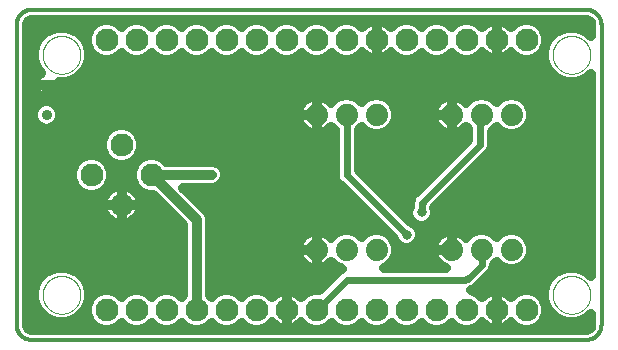
<source format=gbl>
G75*
%MOIN*%
%OFA0B0*%
%FSLAX25Y25*%
%IPPOS*%
%LPD*%
%AMOC8*
5,1,8,0,0,1.08239X$1,22.5*
%
%ADD10C,0.01200*%
%ADD11C,0.07400*%
%ADD12C,0.07600*%
%ADD13C,0.00000*%
%ADD14C,0.03500*%
%ADD15C,0.03200*%
%ADD16C,0.03200*%
%ADD17C,0.02400*%
D10*
X0032600Y0017600D02*
X0217600Y0017600D01*
X0217740Y0017602D01*
X0217880Y0017608D01*
X0218020Y0017618D01*
X0218160Y0017631D01*
X0218299Y0017649D01*
X0218438Y0017671D01*
X0218575Y0017696D01*
X0218713Y0017725D01*
X0218849Y0017758D01*
X0218984Y0017795D01*
X0219118Y0017836D01*
X0219251Y0017881D01*
X0219383Y0017929D01*
X0219513Y0017981D01*
X0219642Y0018036D01*
X0219769Y0018095D01*
X0219895Y0018158D01*
X0220019Y0018224D01*
X0220140Y0018293D01*
X0220260Y0018366D01*
X0220378Y0018443D01*
X0220493Y0018522D01*
X0220607Y0018605D01*
X0220717Y0018691D01*
X0220826Y0018780D01*
X0220932Y0018872D01*
X0221035Y0018967D01*
X0221136Y0019064D01*
X0221233Y0019165D01*
X0221328Y0019268D01*
X0221420Y0019374D01*
X0221509Y0019483D01*
X0221595Y0019593D01*
X0221678Y0019707D01*
X0221757Y0019822D01*
X0221834Y0019940D01*
X0221907Y0020060D01*
X0221976Y0020181D01*
X0222042Y0020305D01*
X0222105Y0020431D01*
X0222164Y0020558D01*
X0222219Y0020687D01*
X0222271Y0020817D01*
X0222319Y0020949D01*
X0222364Y0021082D01*
X0222405Y0021216D01*
X0222442Y0021351D01*
X0222475Y0021487D01*
X0222504Y0021625D01*
X0222529Y0021762D01*
X0222551Y0021901D01*
X0222569Y0022040D01*
X0222582Y0022180D01*
X0222592Y0022320D01*
X0222598Y0022460D01*
X0222600Y0022600D01*
X0222600Y0122600D01*
X0222598Y0122740D01*
X0222592Y0122880D01*
X0222582Y0123020D01*
X0222569Y0123160D01*
X0222551Y0123299D01*
X0222529Y0123438D01*
X0222504Y0123575D01*
X0222475Y0123713D01*
X0222442Y0123849D01*
X0222405Y0123984D01*
X0222364Y0124118D01*
X0222319Y0124251D01*
X0222271Y0124383D01*
X0222219Y0124513D01*
X0222164Y0124642D01*
X0222105Y0124769D01*
X0222042Y0124895D01*
X0221976Y0125019D01*
X0221907Y0125140D01*
X0221834Y0125260D01*
X0221757Y0125378D01*
X0221678Y0125493D01*
X0221595Y0125607D01*
X0221509Y0125717D01*
X0221420Y0125826D01*
X0221328Y0125932D01*
X0221233Y0126035D01*
X0221136Y0126136D01*
X0221035Y0126233D01*
X0220932Y0126328D01*
X0220826Y0126420D01*
X0220717Y0126509D01*
X0220607Y0126595D01*
X0220493Y0126678D01*
X0220378Y0126757D01*
X0220260Y0126834D01*
X0220140Y0126907D01*
X0220019Y0126976D01*
X0219895Y0127042D01*
X0219769Y0127105D01*
X0219642Y0127164D01*
X0219513Y0127219D01*
X0219383Y0127271D01*
X0219251Y0127319D01*
X0219118Y0127364D01*
X0218984Y0127405D01*
X0218849Y0127442D01*
X0218713Y0127475D01*
X0218575Y0127504D01*
X0218438Y0127529D01*
X0218299Y0127551D01*
X0218160Y0127569D01*
X0218020Y0127582D01*
X0217880Y0127592D01*
X0217740Y0127598D01*
X0217600Y0127600D01*
X0032600Y0127600D01*
X0032460Y0127598D01*
X0032320Y0127592D01*
X0032180Y0127582D01*
X0032040Y0127569D01*
X0031901Y0127551D01*
X0031762Y0127529D01*
X0031625Y0127504D01*
X0031487Y0127475D01*
X0031351Y0127442D01*
X0031216Y0127405D01*
X0031082Y0127364D01*
X0030949Y0127319D01*
X0030817Y0127271D01*
X0030687Y0127219D01*
X0030558Y0127164D01*
X0030431Y0127105D01*
X0030305Y0127042D01*
X0030181Y0126976D01*
X0030060Y0126907D01*
X0029940Y0126834D01*
X0029822Y0126757D01*
X0029707Y0126678D01*
X0029593Y0126595D01*
X0029483Y0126509D01*
X0029374Y0126420D01*
X0029268Y0126328D01*
X0029165Y0126233D01*
X0029064Y0126136D01*
X0028967Y0126035D01*
X0028872Y0125932D01*
X0028780Y0125826D01*
X0028691Y0125717D01*
X0028605Y0125607D01*
X0028522Y0125493D01*
X0028443Y0125378D01*
X0028366Y0125260D01*
X0028293Y0125140D01*
X0028224Y0125019D01*
X0028158Y0124895D01*
X0028095Y0124769D01*
X0028036Y0124642D01*
X0027981Y0124513D01*
X0027929Y0124383D01*
X0027881Y0124251D01*
X0027836Y0124118D01*
X0027795Y0123984D01*
X0027758Y0123849D01*
X0027725Y0123713D01*
X0027696Y0123575D01*
X0027671Y0123438D01*
X0027649Y0123299D01*
X0027631Y0123160D01*
X0027618Y0123020D01*
X0027608Y0122880D01*
X0027602Y0122740D01*
X0027600Y0122600D01*
X0027600Y0022600D01*
X0027602Y0022460D01*
X0027608Y0022320D01*
X0027618Y0022180D01*
X0027631Y0022040D01*
X0027649Y0021901D01*
X0027671Y0021762D01*
X0027696Y0021625D01*
X0027725Y0021487D01*
X0027758Y0021351D01*
X0027795Y0021216D01*
X0027836Y0021082D01*
X0027881Y0020949D01*
X0027929Y0020817D01*
X0027981Y0020687D01*
X0028036Y0020558D01*
X0028095Y0020431D01*
X0028158Y0020305D01*
X0028224Y0020181D01*
X0028293Y0020060D01*
X0028366Y0019940D01*
X0028443Y0019822D01*
X0028522Y0019707D01*
X0028605Y0019593D01*
X0028691Y0019483D01*
X0028780Y0019374D01*
X0028872Y0019268D01*
X0028967Y0019165D01*
X0029064Y0019064D01*
X0029165Y0018967D01*
X0029268Y0018872D01*
X0029374Y0018780D01*
X0029483Y0018691D01*
X0029593Y0018605D01*
X0029707Y0018522D01*
X0029822Y0018443D01*
X0029940Y0018366D01*
X0030060Y0018293D01*
X0030181Y0018224D01*
X0030305Y0018158D01*
X0030431Y0018095D01*
X0030558Y0018036D01*
X0030687Y0017981D01*
X0030817Y0017929D01*
X0030949Y0017881D01*
X0031082Y0017836D01*
X0031216Y0017795D01*
X0031351Y0017758D01*
X0031487Y0017725D01*
X0031625Y0017696D01*
X0031762Y0017671D01*
X0031901Y0017649D01*
X0032040Y0017631D01*
X0032180Y0017618D01*
X0032320Y0017608D01*
X0032460Y0017602D01*
X0032600Y0017600D01*
D11*
X0127600Y0047600D03*
X0137600Y0047600D03*
X0147600Y0047600D03*
X0172600Y0047600D03*
X0182600Y0047600D03*
X0192600Y0047600D03*
X0192600Y0092600D03*
X0182600Y0092600D03*
X0172600Y0092600D03*
X0147600Y0092600D03*
X0137600Y0092600D03*
X0127600Y0092600D03*
D12*
X0127600Y0117600D03*
X0137600Y0117600D03*
X0147600Y0117600D03*
X0157600Y0117600D03*
X0167600Y0117600D03*
X0177600Y0117600D03*
X0187600Y0117600D03*
X0197600Y0117600D03*
X0117600Y0117600D03*
X0107600Y0117600D03*
X0097600Y0117600D03*
X0087600Y0117600D03*
X0077600Y0117600D03*
X0067600Y0117600D03*
X0057600Y0117600D03*
X0062600Y0082600D03*
X0052600Y0072600D03*
X0062600Y0062600D03*
X0072600Y0072600D03*
X0067600Y0027600D03*
X0057600Y0027600D03*
X0077600Y0027600D03*
X0087600Y0027600D03*
X0097600Y0027600D03*
X0107600Y0027600D03*
X0117600Y0027600D03*
X0127600Y0027600D03*
X0137600Y0027600D03*
X0147600Y0027600D03*
X0157600Y0027600D03*
X0167600Y0027600D03*
X0177600Y0027600D03*
X0187600Y0027600D03*
X0197600Y0027600D03*
D13*
X0206301Y0032600D02*
X0206303Y0032758D01*
X0206309Y0032916D01*
X0206319Y0033074D01*
X0206333Y0033232D01*
X0206351Y0033389D01*
X0206372Y0033546D01*
X0206398Y0033702D01*
X0206428Y0033858D01*
X0206461Y0034013D01*
X0206499Y0034166D01*
X0206540Y0034319D01*
X0206585Y0034471D01*
X0206634Y0034622D01*
X0206687Y0034771D01*
X0206743Y0034919D01*
X0206803Y0035065D01*
X0206867Y0035210D01*
X0206935Y0035353D01*
X0207006Y0035495D01*
X0207080Y0035635D01*
X0207158Y0035772D01*
X0207240Y0035908D01*
X0207324Y0036042D01*
X0207413Y0036173D01*
X0207504Y0036302D01*
X0207599Y0036429D01*
X0207696Y0036554D01*
X0207797Y0036676D01*
X0207901Y0036795D01*
X0208008Y0036912D01*
X0208118Y0037026D01*
X0208231Y0037137D01*
X0208346Y0037246D01*
X0208464Y0037351D01*
X0208585Y0037453D01*
X0208708Y0037553D01*
X0208834Y0037649D01*
X0208962Y0037742D01*
X0209092Y0037832D01*
X0209225Y0037918D01*
X0209360Y0038002D01*
X0209496Y0038081D01*
X0209635Y0038158D01*
X0209776Y0038230D01*
X0209918Y0038300D01*
X0210062Y0038365D01*
X0210208Y0038427D01*
X0210355Y0038485D01*
X0210504Y0038540D01*
X0210654Y0038591D01*
X0210805Y0038638D01*
X0210957Y0038681D01*
X0211110Y0038720D01*
X0211265Y0038756D01*
X0211420Y0038787D01*
X0211576Y0038815D01*
X0211732Y0038839D01*
X0211889Y0038859D01*
X0212047Y0038875D01*
X0212204Y0038887D01*
X0212363Y0038895D01*
X0212521Y0038899D01*
X0212679Y0038899D01*
X0212837Y0038895D01*
X0212996Y0038887D01*
X0213153Y0038875D01*
X0213311Y0038859D01*
X0213468Y0038839D01*
X0213624Y0038815D01*
X0213780Y0038787D01*
X0213935Y0038756D01*
X0214090Y0038720D01*
X0214243Y0038681D01*
X0214395Y0038638D01*
X0214546Y0038591D01*
X0214696Y0038540D01*
X0214845Y0038485D01*
X0214992Y0038427D01*
X0215138Y0038365D01*
X0215282Y0038300D01*
X0215424Y0038230D01*
X0215565Y0038158D01*
X0215704Y0038081D01*
X0215840Y0038002D01*
X0215975Y0037918D01*
X0216108Y0037832D01*
X0216238Y0037742D01*
X0216366Y0037649D01*
X0216492Y0037553D01*
X0216615Y0037453D01*
X0216736Y0037351D01*
X0216854Y0037246D01*
X0216969Y0037137D01*
X0217082Y0037026D01*
X0217192Y0036912D01*
X0217299Y0036795D01*
X0217403Y0036676D01*
X0217504Y0036554D01*
X0217601Y0036429D01*
X0217696Y0036302D01*
X0217787Y0036173D01*
X0217876Y0036042D01*
X0217960Y0035908D01*
X0218042Y0035772D01*
X0218120Y0035635D01*
X0218194Y0035495D01*
X0218265Y0035353D01*
X0218333Y0035210D01*
X0218397Y0035065D01*
X0218457Y0034919D01*
X0218513Y0034771D01*
X0218566Y0034622D01*
X0218615Y0034471D01*
X0218660Y0034319D01*
X0218701Y0034166D01*
X0218739Y0034013D01*
X0218772Y0033858D01*
X0218802Y0033702D01*
X0218828Y0033546D01*
X0218849Y0033389D01*
X0218867Y0033232D01*
X0218881Y0033074D01*
X0218891Y0032916D01*
X0218897Y0032758D01*
X0218899Y0032600D01*
X0218897Y0032442D01*
X0218891Y0032284D01*
X0218881Y0032126D01*
X0218867Y0031968D01*
X0218849Y0031811D01*
X0218828Y0031654D01*
X0218802Y0031498D01*
X0218772Y0031342D01*
X0218739Y0031187D01*
X0218701Y0031034D01*
X0218660Y0030881D01*
X0218615Y0030729D01*
X0218566Y0030578D01*
X0218513Y0030429D01*
X0218457Y0030281D01*
X0218397Y0030135D01*
X0218333Y0029990D01*
X0218265Y0029847D01*
X0218194Y0029705D01*
X0218120Y0029565D01*
X0218042Y0029428D01*
X0217960Y0029292D01*
X0217876Y0029158D01*
X0217787Y0029027D01*
X0217696Y0028898D01*
X0217601Y0028771D01*
X0217504Y0028646D01*
X0217403Y0028524D01*
X0217299Y0028405D01*
X0217192Y0028288D01*
X0217082Y0028174D01*
X0216969Y0028063D01*
X0216854Y0027954D01*
X0216736Y0027849D01*
X0216615Y0027747D01*
X0216492Y0027647D01*
X0216366Y0027551D01*
X0216238Y0027458D01*
X0216108Y0027368D01*
X0215975Y0027282D01*
X0215840Y0027198D01*
X0215704Y0027119D01*
X0215565Y0027042D01*
X0215424Y0026970D01*
X0215282Y0026900D01*
X0215138Y0026835D01*
X0214992Y0026773D01*
X0214845Y0026715D01*
X0214696Y0026660D01*
X0214546Y0026609D01*
X0214395Y0026562D01*
X0214243Y0026519D01*
X0214090Y0026480D01*
X0213935Y0026444D01*
X0213780Y0026413D01*
X0213624Y0026385D01*
X0213468Y0026361D01*
X0213311Y0026341D01*
X0213153Y0026325D01*
X0212996Y0026313D01*
X0212837Y0026305D01*
X0212679Y0026301D01*
X0212521Y0026301D01*
X0212363Y0026305D01*
X0212204Y0026313D01*
X0212047Y0026325D01*
X0211889Y0026341D01*
X0211732Y0026361D01*
X0211576Y0026385D01*
X0211420Y0026413D01*
X0211265Y0026444D01*
X0211110Y0026480D01*
X0210957Y0026519D01*
X0210805Y0026562D01*
X0210654Y0026609D01*
X0210504Y0026660D01*
X0210355Y0026715D01*
X0210208Y0026773D01*
X0210062Y0026835D01*
X0209918Y0026900D01*
X0209776Y0026970D01*
X0209635Y0027042D01*
X0209496Y0027119D01*
X0209360Y0027198D01*
X0209225Y0027282D01*
X0209092Y0027368D01*
X0208962Y0027458D01*
X0208834Y0027551D01*
X0208708Y0027647D01*
X0208585Y0027747D01*
X0208464Y0027849D01*
X0208346Y0027954D01*
X0208231Y0028063D01*
X0208118Y0028174D01*
X0208008Y0028288D01*
X0207901Y0028405D01*
X0207797Y0028524D01*
X0207696Y0028646D01*
X0207599Y0028771D01*
X0207504Y0028898D01*
X0207413Y0029027D01*
X0207324Y0029158D01*
X0207240Y0029292D01*
X0207158Y0029428D01*
X0207080Y0029565D01*
X0207006Y0029705D01*
X0206935Y0029847D01*
X0206867Y0029990D01*
X0206803Y0030135D01*
X0206743Y0030281D01*
X0206687Y0030429D01*
X0206634Y0030578D01*
X0206585Y0030729D01*
X0206540Y0030881D01*
X0206499Y0031034D01*
X0206461Y0031187D01*
X0206428Y0031342D01*
X0206398Y0031498D01*
X0206372Y0031654D01*
X0206351Y0031811D01*
X0206333Y0031968D01*
X0206319Y0032126D01*
X0206309Y0032284D01*
X0206303Y0032442D01*
X0206301Y0032600D01*
X0206301Y0112600D02*
X0206303Y0112758D01*
X0206309Y0112916D01*
X0206319Y0113074D01*
X0206333Y0113232D01*
X0206351Y0113389D01*
X0206372Y0113546D01*
X0206398Y0113702D01*
X0206428Y0113858D01*
X0206461Y0114013D01*
X0206499Y0114166D01*
X0206540Y0114319D01*
X0206585Y0114471D01*
X0206634Y0114622D01*
X0206687Y0114771D01*
X0206743Y0114919D01*
X0206803Y0115065D01*
X0206867Y0115210D01*
X0206935Y0115353D01*
X0207006Y0115495D01*
X0207080Y0115635D01*
X0207158Y0115772D01*
X0207240Y0115908D01*
X0207324Y0116042D01*
X0207413Y0116173D01*
X0207504Y0116302D01*
X0207599Y0116429D01*
X0207696Y0116554D01*
X0207797Y0116676D01*
X0207901Y0116795D01*
X0208008Y0116912D01*
X0208118Y0117026D01*
X0208231Y0117137D01*
X0208346Y0117246D01*
X0208464Y0117351D01*
X0208585Y0117453D01*
X0208708Y0117553D01*
X0208834Y0117649D01*
X0208962Y0117742D01*
X0209092Y0117832D01*
X0209225Y0117918D01*
X0209360Y0118002D01*
X0209496Y0118081D01*
X0209635Y0118158D01*
X0209776Y0118230D01*
X0209918Y0118300D01*
X0210062Y0118365D01*
X0210208Y0118427D01*
X0210355Y0118485D01*
X0210504Y0118540D01*
X0210654Y0118591D01*
X0210805Y0118638D01*
X0210957Y0118681D01*
X0211110Y0118720D01*
X0211265Y0118756D01*
X0211420Y0118787D01*
X0211576Y0118815D01*
X0211732Y0118839D01*
X0211889Y0118859D01*
X0212047Y0118875D01*
X0212204Y0118887D01*
X0212363Y0118895D01*
X0212521Y0118899D01*
X0212679Y0118899D01*
X0212837Y0118895D01*
X0212996Y0118887D01*
X0213153Y0118875D01*
X0213311Y0118859D01*
X0213468Y0118839D01*
X0213624Y0118815D01*
X0213780Y0118787D01*
X0213935Y0118756D01*
X0214090Y0118720D01*
X0214243Y0118681D01*
X0214395Y0118638D01*
X0214546Y0118591D01*
X0214696Y0118540D01*
X0214845Y0118485D01*
X0214992Y0118427D01*
X0215138Y0118365D01*
X0215282Y0118300D01*
X0215424Y0118230D01*
X0215565Y0118158D01*
X0215704Y0118081D01*
X0215840Y0118002D01*
X0215975Y0117918D01*
X0216108Y0117832D01*
X0216238Y0117742D01*
X0216366Y0117649D01*
X0216492Y0117553D01*
X0216615Y0117453D01*
X0216736Y0117351D01*
X0216854Y0117246D01*
X0216969Y0117137D01*
X0217082Y0117026D01*
X0217192Y0116912D01*
X0217299Y0116795D01*
X0217403Y0116676D01*
X0217504Y0116554D01*
X0217601Y0116429D01*
X0217696Y0116302D01*
X0217787Y0116173D01*
X0217876Y0116042D01*
X0217960Y0115908D01*
X0218042Y0115772D01*
X0218120Y0115635D01*
X0218194Y0115495D01*
X0218265Y0115353D01*
X0218333Y0115210D01*
X0218397Y0115065D01*
X0218457Y0114919D01*
X0218513Y0114771D01*
X0218566Y0114622D01*
X0218615Y0114471D01*
X0218660Y0114319D01*
X0218701Y0114166D01*
X0218739Y0114013D01*
X0218772Y0113858D01*
X0218802Y0113702D01*
X0218828Y0113546D01*
X0218849Y0113389D01*
X0218867Y0113232D01*
X0218881Y0113074D01*
X0218891Y0112916D01*
X0218897Y0112758D01*
X0218899Y0112600D01*
X0218897Y0112442D01*
X0218891Y0112284D01*
X0218881Y0112126D01*
X0218867Y0111968D01*
X0218849Y0111811D01*
X0218828Y0111654D01*
X0218802Y0111498D01*
X0218772Y0111342D01*
X0218739Y0111187D01*
X0218701Y0111034D01*
X0218660Y0110881D01*
X0218615Y0110729D01*
X0218566Y0110578D01*
X0218513Y0110429D01*
X0218457Y0110281D01*
X0218397Y0110135D01*
X0218333Y0109990D01*
X0218265Y0109847D01*
X0218194Y0109705D01*
X0218120Y0109565D01*
X0218042Y0109428D01*
X0217960Y0109292D01*
X0217876Y0109158D01*
X0217787Y0109027D01*
X0217696Y0108898D01*
X0217601Y0108771D01*
X0217504Y0108646D01*
X0217403Y0108524D01*
X0217299Y0108405D01*
X0217192Y0108288D01*
X0217082Y0108174D01*
X0216969Y0108063D01*
X0216854Y0107954D01*
X0216736Y0107849D01*
X0216615Y0107747D01*
X0216492Y0107647D01*
X0216366Y0107551D01*
X0216238Y0107458D01*
X0216108Y0107368D01*
X0215975Y0107282D01*
X0215840Y0107198D01*
X0215704Y0107119D01*
X0215565Y0107042D01*
X0215424Y0106970D01*
X0215282Y0106900D01*
X0215138Y0106835D01*
X0214992Y0106773D01*
X0214845Y0106715D01*
X0214696Y0106660D01*
X0214546Y0106609D01*
X0214395Y0106562D01*
X0214243Y0106519D01*
X0214090Y0106480D01*
X0213935Y0106444D01*
X0213780Y0106413D01*
X0213624Y0106385D01*
X0213468Y0106361D01*
X0213311Y0106341D01*
X0213153Y0106325D01*
X0212996Y0106313D01*
X0212837Y0106305D01*
X0212679Y0106301D01*
X0212521Y0106301D01*
X0212363Y0106305D01*
X0212204Y0106313D01*
X0212047Y0106325D01*
X0211889Y0106341D01*
X0211732Y0106361D01*
X0211576Y0106385D01*
X0211420Y0106413D01*
X0211265Y0106444D01*
X0211110Y0106480D01*
X0210957Y0106519D01*
X0210805Y0106562D01*
X0210654Y0106609D01*
X0210504Y0106660D01*
X0210355Y0106715D01*
X0210208Y0106773D01*
X0210062Y0106835D01*
X0209918Y0106900D01*
X0209776Y0106970D01*
X0209635Y0107042D01*
X0209496Y0107119D01*
X0209360Y0107198D01*
X0209225Y0107282D01*
X0209092Y0107368D01*
X0208962Y0107458D01*
X0208834Y0107551D01*
X0208708Y0107647D01*
X0208585Y0107747D01*
X0208464Y0107849D01*
X0208346Y0107954D01*
X0208231Y0108063D01*
X0208118Y0108174D01*
X0208008Y0108288D01*
X0207901Y0108405D01*
X0207797Y0108524D01*
X0207696Y0108646D01*
X0207599Y0108771D01*
X0207504Y0108898D01*
X0207413Y0109027D01*
X0207324Y0109158D01*
X0207240Y0109292D01*
X0207158Y0109428D01*
X0207080Y0109565D01*
X0207006Y0109705D01*
X0206935Y0109847D01*
X0206867Y0109990D01*
X0206803Y0110135D01*
X0206743Y0110281D01*
X0206687Y0110429D01*
X0206634Y0110578D01*
X0206585Y0110729D01*
X0206540Y0110881D01*
X0206499Y0111034D01*
X0206461Y0111187D01*
X0206428Y0111342D01*
X0206398Y0111498D01*
X0206372Y0111654D01*
X0206351Y0111811D01*
X0206333Y0111968D01*
X0206319Y0112126D01*
X0206309Y0112284D01*
X0206303Y0112442D01*
X0206301Y0112600D01*
X0036301Y0112600D02*
X0036303Y0112758D01*
X0036309Y0112916D01*
X0036319Y0113074D01*
X0036333Y0113232D01*
X0036351Y0113389D01*
X0036372Y0113546D01*
X0036398Y0113702D01*
X0036428Y0113858D01*
X0036461Y0114013D01*
X0036499Y0114166D01*
X0036540Y0114319D01*
X0036585Y0114471D01*
X0036634Y0114622D01*
X0036687Y0114771D01*
X0036743Y0114919D01*
X0036803Y0115065D01*
X0036867Y0115210D01*
X0036935Y0115353D01*
X0037006Y0115495D01*
X0037080Y0115635D01*
X0037158Y0115772D01*
X0037240Y0115908D01*
X0037324Y0116042D01*
X0037413Y0116173D01*
X0037504Y0116302D01*
X0037599Y0116429D01*
X0037696Y0116554D01*
X0037797Y0116676D01*
X0037901Y0116795D01*
X0038008Y0116912D01*
X0038118Y0117026D01*
X0038231Y0117137D01*
X0038346Y0117246D01*
X0038464Y0117351D01*
X0038585Y0117453D01*
X0038708Y0117553D01*
X0038834Y0117649D01*
X0038962Y0117742D01*
X0039092Y0117832D01*
X0039225Y0117918D01*
X0039360Y0118002D01*
X0039496Y0118081D01*
X0039635Y0118158D01*
X0039776Y0118230D01*
X0039918Y0118300D01*
X0040062Y0118365D01*
X0040208Y0118427D01*
X0040355Y0118485D01*
X0040504Y0118540D01*
X0040654Y0118591D01*
X0040805Y0118638D01*
X0040957Y0118681D01*
X0041110Y0118720D01*
X0041265Y0118756D01*
X0041420Y0118787D01*
X0041576Y0118815D01*
X0041732Y0118839D01*
X0041889Y0118859D01*
X0042047Y0118875D01*
X0042204Y0118887D01*
X0042363Y0118895D01*
X0042521Y0118899D01*
X0042679Y0118899D01*
X0042837Y0118895D01*
X0042996Y0118887D01*
X0043153Y0118875D01*
X0043311Y0118859D01*
X0043468Y0118839D01*
X0043624Y0118815D01*
X0043780Y0118787D01*
X0043935Y0118756D01*
X0044090Y0118720D01*
X0044243Y0118681D01*
X0044395Y0118638D01*
X0044546Y0118591D01*
X0044696Y0118540D01*
X0044845Y0118485D01*
X0044992Y0118427D01*
X0045138Y0118365D01*
X0045282Y0118300D01*
X0045424Y0118230D01*
X0045565Y0118158D01*
X0045704Y0118081D01*
X0045840Y0118002D01*
X0045975Y0117918D01*
X0046108Y0117832D01*
X0046238Y0117742D01*
X0046366Y0117649D01*
X0046492Y0117553D01*
X0046615Y0117453D01*
X0046736Y0117351D01*
X0046854Y0117246D01*
X0046969Y0117137D01*
X0047082Y0117026D01*
X0047192Y0116912D01*
X0047299Y0116795D01*
X0047403Y0116676D01*
X0047504Y0116554D01*
X0047601Y0116429D01*
X0047696Y0116302D01*
X0047787Y0116173D01*
X0047876Y0116042D01*
X0047960Y0115908D01*
X0048042Y0115772D01*
X0048120Y0115635D01*
X0048194Y0115495D01*
X0048265Y0115353D01*
X0048333Y0115210D01*
X0048397Y0115065D01*
X0048457Y0114919D01*
X0048513Y0114771D01*
X0048566Y0114622D01*
X0048615Y0114471D01*
X0048660Y0114319D01*
X0048701Y0114166D01*
X0048739Y0114013D01*
X0048772Y0113858D01*
X0048802Y0113702D01*
X0048828Y0113546D01*
X0048849Y0113389D01*
X0048867Y0113232D01*
X0048881Y0113074D01*
X0048891Y0112916D01*
X0048897Y0112758D01*
X0048899Y0112600D01*
X0048897Y0112442D01*
X0048891Y0112284D01*
X0048881Y0112126D01*
X0048867Y0111968D01*
X0048849Y0111811D01*
X0048828Y0111654D01*
X0048802Y0111498D01*
X0048772Y0111342D01*
X0048739Y0111187D01*
X0048701Y0111034D01*
X0048660Y0110881D01*
X0048615Y0110729D01*
X0048566Y0110578D01*
X0048513Y0110429D01*
X0048457Y0110281D01*
X0048397Y0110135D01*
X0048333Y0109990D01*
X0048265Y0109847D01*
X0048194Y0109705D01*
X0048120Y0109565D01*
X0048042Y0109428D01*
X0047960Y0109292D01*
X0047876Y0109158D01*
X0047787Y0109027D01*
X0047696Y0108898D01*
X0047601Y0108771D01*
X0047504Y0108646D01*
X0047403Y0108524D01*
X0047299Y0108405D01*
X0047192Y0108288D01*
X0047082Y0108174D01*
X0046969Y0108063D01*
X0046854Y0107954D01*
X0046736Y0107849D01*
X0046615Y0107747D01*
X0046492Y0107647D01*
X0046366Y0107551D01*
X0046238Y0107458D01*
X0046108Y0107368D01*
X0045975Y0107282D01*
X0045840Y0107198D01*
X0045704Y0107119D01*
X0045565Y0107042D01*
X0045424Y0106970D01*
X0045282Y0106900D01*
X0045138Y0106835D01*
X0044992Y0106773D01*
X0044845Y0106715D01*
X0044696Y0106660D01*
X0044546Y0106609D01*
X0044395Y0106562D01*
X0044243Y0106519D01*
X0044090Y0106480D01*
X0043935Y0106444D01*
X0043780Y0106413D01*
X0043624Y0106385D01*
X0043468Y0106361D01*
X0043311Y0106341D01*
X0043153Y0106325D01*
X0042996Y0106313D01*
X0042837Y0106305D01*
X0042679Y0106301D01*
X0042521Y0106301D01*
X0042363Y0106305D01*
X0042204Y0106313D01*
X0042047Y0106325D01*
X0041889Y0106341D01*
X0041732Y0106361D01*
X0041576Y0106385D01*
X0041420Y0106413D01*
X0041265Y0106444D01*
X0041110Y0106480D01*
X0040957Y0106519D01*
X0040805Y0106562D01*
X0040654Y0106609D01*
X0040504Y0106660D01*
X0040355Y0106715D01*
X0040208Y0106773D01*
X0040062Y0106835D01*
X0039918Y0106900D01*
X0039776Y0106970D01*
X0039635Y0107042D01*
X0039496Y0107119D01*
X0039360Y0107198D01*
X0039225Y0107282D01*
X0039092Y0107368D01*
X0038962Y0107458D01*
X0038834Y0107551D01*
X0038708Y0107647D01*
X0038585Y0107747D01*
X0038464Y0107849D01*
X0038346Y0107954D01*
X0038231Y0108063D01*
X0038118Y0108174D01*
X0038008Y0108288D01*
X0037901Y0108405D01*
X0037797Y0108524D01*
X0037696Y0108646D01*
X0037599Y0108771D01*
X0037504Y0108898D01*
X0037413Y0109027D01*
X0037324Y0109158D01*
X0037240Y0109292D01*
X0037158Y0109428D01*
X0037080Y0109565D01*
X0037006Y0109705D01*
X0036935Y0109847D01*
X0036867Y0109990D01*
X0036803Y0110135D01*
X0036743Y0110281D01*
X0036687Y0110429D01*
X0036634Y0110578D01*
X0036585Y0110729D01*
X0036540Y0110881D01*
X0036499Y0111034D01*
X0036461Y0111187D01*
X0036428Y0111342D01*
X0036398Y0111498D01*
X0036372Y0111654D01*
X0036351Y0111811D01*
X0036333Y0111968D01*
X0036319Y0112126D01*
X0036309Y0112284D01*
X0036303Y0112442D01*
X0036301Y0112600D01*
X0036301Y0032600D02*
X0036303Y0032758D01*
X0036309Y0032916D01*
X0036319Y0033074D01*
X0036333Y0033232D01*
X0036351Y0033389D01*
X0036372Y0033546D01*
X0036398Y0033702D01*
X0036428Y0033858D01*
X0036461Y0034013D01*
X0036499Y0034166D01*
X0036540Y0034319D01*
X0036585Y0034471D01*
X0036634Y0034622D01*
X0036687Y0034771D01*
X0036743Y0034919D01*
X0036803Y0035065D01*
X0036867Y0035210D01*
X0036935Y0035353D01*
X0037006Y0035495D01*
X0037080Y0035635D01*
X0037158Y0035772D01*
X0037240Y0035908D01*
X0037324Y0036042D01*
X0037413Y0036173D01*
X0037504Y0036302D01*
X0037599Y0036429D01*
X0037696Y0036554D01*
X0037797Y0036676D01*
X0037901Y0036795D01*
X0038008Y0036912D01*
X0038118Y0037026D01*
X0038231Y0037137D01*
X0038346Y0037246D01*
X0038464Y0037351D01*
X0038585Y0037453D01*
X0038708Y0037553D01*
X0038834Y0037649D01*
X0038962Y0037742D01*
X0039092Y0037832D01*
X0039225Y0037918D01*
X0039360Y0038002D01*
X0039496Y0038081D01*
X0039635Y0038158D01*
X0039776Y0038230D01*
X0039918Y0038300D01*
X0040062Y0038365D01*
X0040208Y0038427D01*
X0040355Y0038485D01*
X0040504Y0038540D01*
X0040654Y0038591D01*
X0040805Y0038638D01*
X0040957Y0038681D01*
X0041110Y0038720D01*
X0041265Y0038756D01*
X0041420Y0038787D01*
X0041576Y0038815D01*
X0041732Y0038839D01*
X0041889Y0038859D01*
X0042047Y0038875D01*
X0042204Y0038887D01*
X0042363Y0038895D01*
X0042521Y0038899D01*
X0042679Y0038899D01*
X0042837Y0038895D01*
X0042996Y0038887D01*
X0043153Y0038875D01*
X0043311Y0038859D01*
X0043468Y0038839D01*
X0043624Y0038815D01*
X0043780Y0038787D01*
X0043935Y0038756D01*
X0044090Y0038720D01*
X0044243Y0038681D01*
X0044395Y0038638D01*
X0044546Y0038591D01*
X0044696Y0038540D01*
X0044845Y0038485D01*
X0044992Y0038427D01*
X0045138Y0038365D01*
X0045282Y0038300D01*
X0045424Y0038230D01*
X0045565Y0038158D01*
X0045704Y0038081D01*
X0045840Y0038002D01*
X0045975Y0037918D01*
X0046108Y0037832D01*
X0046238Y0037742D01*
X0046366Y0037649D01*
X0046492Y0037553D01*
X0046615Y0037453D01*
X0046736Y0037351D01*
X0046854Y0037246D01*
X0046969Y0037137D01*
X0047082Y0037026D01*
X0047192Y0036912D01*
X0047299Y0036795D01*
X0047403Y0036676D01*
X0047504Y0036554D01*
X0047601Y0036429D01*
X0047696Y0036302D01*
X0047787Y0036173D01*
X0047876Y0036042D01*
X0047960Y0035908D01*
X0048042Y0035772D01*
X0048120Y0035635D01*
X0048194Y0035495D01*
X0048265Y0035353D01*
X0048333Y0035210D01*
X0048397Y0035065D01*
X0048457Y0034919D01*
X0048513Y0034771D01*
X0048566Y0034622D01*
X0048615Y0034471D01*
X0048660Y0034319D01*
X0048701Y0034166D01*
X0048739Y0034013D01*
X0048772Y0033858D01*
X0048802Y0033702D01*
X0048828Y0033546D01*
X0048849Y0033389D01*
X0048867Y0033232D01*
X0048881Y0033074D01*
X0048891Y0032916D01*
X0048897Y0032758D01*
X0048899Y0032600D01*
X0048897Y0032442D01*
X0048891Y0032284D01*
X0048881Y0032126D01*
X0048867Y0031968D01*
X0048849Y0031811D01*
X0048828Y0031654D01*
X0048802Y0031498D01*
X0048772Y0031342D01*
X0048739Y0031187D01*
X0048701Y0031034D01*
X0048660Y0030881D01*
X0048615Y0030729D01*
X0048566Y0030578D01*
X0048513Y0030429D01*
X0048457Y0030281D01*
X0048397Y0030135D01*
X0048333Y0029990D01*
X0048265Y0029847D01*
X0048194Y0029705D01*
X0048120Y0029565D01*
X0048042Y0029428D01*
X0047960Y0029292D01*
X0047876Y0029158D01*
X0047787Y0029027D01*
X0047696Y0028898D01*
X0047601Y0028771D01*
X0047504Y0028646D01*
X0047403Y0028524D01*
X0047299Y0028405D01*
X0047192Y0028288D01*
X0047082Y0028174D01*
X0046969Y0028063D01*
X0046854Y0027954D01*
X0046736Y0027849D01*
X0046615Y0027747D01*
X0046492Y0027647D01*
X0046366Y0027551D01*
X0046238Y0027458D01*
X0046108Y0027368D01*
X0045975Y0027282D01*
X0045840Y0027198D01*
X0045704Y0027119D01*
X0045565Y0027042D01*
X0045424Y0026970D01*
X0045282Y0026900D01*
X0045138Y0026835D01*
X0044992Y0026773D01*
X0044845Y0026715D01*
X0044696Y0026660D01*
X0044546Y0026609D01*
X0044395Y0026562D01*
X0044243Y0026519D01*
X0044090Y0026480D01*
X0043935Y0026444D01*
X0043780Y0026413D01*
X0043624Y0026385D01*
X0043468Y0026361D01*
X0043311Y0026341D01*
X0043153Y0026325D01*
X0042996Y0026313D01*
X0042837Y0026305D01*
X0042679Y0026301D01*
X0042521Y0026301D01*
X0042363Y0026305D01*
X0042204Y0026313D01*
X0042047Y0026325D01*
X0041889Y0026341D01*
X0041732Y0026361D01*
X0041576Y0026385D01*
X0041420Y0026413D01*
X0041265Y0026444D01*
X0041110Y0026480D01*
X0040957Y0026519D01*
X0040805Y0026562D01*
X0040654Y0026609D01*
X0040504Y0026660D01*
X0040355Y0026715D01*
X0040208Y0026773D01*
X0040062Y0026835D01*
X0039918Y0026900D01*
X0039776Y0026970D01*
X0039635Y0027042D01*
X0039496Y0027119D01*
X0039360Y0027198D01*
X0039225Y0027282D01*
X0039092Y0027368D01*
X0038962Y0027458D01*
X0038834Y0027551D01*
X0038708Y0027647D01*
X0038585Y0027747D01*
X0038464Y0027849D01*
X0038346Y0027954D01*
X0038231Y0028063D01*
X0038118Y0028174D01*
X0038008Y0028288D01*
X0037901Y0028405D01*
X0037797Y0028524D01*
X0037696Y0028646D01*
X0037599Y0028771D01*
X0037504Y0028898D01*
X0037413Y0029027D01*
X0037324Y0029158D01*
X0037240Y0029292D01*
X0037158Y0029428D01*
X0037080Y0029565D01*
X0037006Y0029705D01*
X0036935Y0029847D01*
X0036867Y0029990D01*
X0036803Y0030135D01*
X0036743Y0030281D01*
X0036687Y0030429D01*
X0036634Y0030578D01*
X0036585Y0030729D01*
X0036540Y0030881D01*
X0036499Y0031034D01*
X0036461Y0031187D01*
X0036428Y0031342D01*
X0036398Y0031498D01*
X0036372Y0031654D01*
X0036351Y0031811D01*
X0036333Y0031968D01*
X0036319Y0032126D01*
X0036309Y0032284D01*
X0036303Y0032442D01*
X0036301Y0032600D01*
D14*
X0037600Y0092600D03*
X0037600Y0102600D03*
D15*
X0047600Y0102600D03*
X0092600Y0072600D03*
X0112600Y0072600D03*
X0117600Y0052600D03*
X0157600Y0052600D03*
X0162600Y0060100D03*
X0157600Y0062600D03*
X0177600Y0067600D03*
X0162600Y0082600D03*
X0202600Y0072600D03*
X0032600Y0042600D03*
D16*
X0031000Y0041387D02*
X0040035Y0041387D01*
X0040790Y0041699D02*
X0037446Y0040314D01*
X0034886Y0037754D01*
X0033501Y0034410D01*
X0033501Y0030790D01*
X0034886Y0027446D01*
X0037446Y0024886D01*
X0040790Y0023501D01*
X0044410Y0023501D01*
X0047754Y0024886D01*
X0050314Y0027446D01*
X0051699Y0030790D01*
X0051699Y0034410D01*
X0050314Y0037754D01*
X0047754Y0040314D01*
X0044410Y0041699D01*
X0040790Y0041699D01*
X0045165Y0041387D02*
X0083200Y0041387D01*
X0083200Y0044585D02*
X0031000Y0044585D01*
X0031000Y0047784D02*
X0083200Y0047784D01*
X0083200Y0050982D02*
X0031000Y0050982D01*
X0031000Y0054181D02*
X0083200Y0054181D01*
X0083200Y0055777D02*
X0083200Y0032534D01*
X0082600Y0031934D01*
X0081339Y0033195D01*
X0078913Y0034200D01*
X0076287Y0034200D01*
X0073861Y0033195D01*
X0072600Y0031934D01*
X0071339Y0033195D01*
X0068913Y0034200D01*
X0066287Y0034200D01*
X0063861Y0033195D01*
X0062600Y0031934D01*
X0061339Y0033195D01*
X0058913Y0034200D01*
X0056287Y0034200D01*
X0053861Y0033195D01*
X0052005Y0031339D01*
X0051000Y0028913D01*
X0051000Y0026287D01*
X0052005Y0023861D01*
X0053861Y0022005D01*
X0056287Y0021000D01*
X0058913Y0021000D01*
X0061339Y0022005D01*
X0062600Y0023266D01*
X0063861Y0022005D01*
X0066287Y0021000D01*
X0068913Y0021000D01*
X0071339Y0022005D01*
X0072600Y0023266D01*
X0073861Y0022005D01*
X0076287Y0021000D01*
X0078913Y0021000D01*
X0081339Y0022005D01*
X0082600Y0023266D01*
X0083861Y0022005D01*
X0086287Y0021000D01*
X0088913Y0021000D01*
X0091339Y0022005D01*
X0092600Y0023266D01*
X0093861Y0022005D01*
X0096287Y0021000D01*
X0098913Y0021000D01*
X0101339Y0022005D01*
X0102600Y0023266D01*
X0103861Y0022005D01*
X0106287Y0021000D01*
X0108913Y0021000D01*
X0111339Y0022005D01*
X0112746Y0023412D01*
X0112778Y0023371D01*
X0113371Y0022778D01*
X0114037Y0022267D01*
X0114763Y0021848D01*
X0115538Y0021527D01*
X0116349Y0021310D01*
X0117181Y0021200D01*
X0117600Y0021200D01*
X0118019Y0021200D01*
X0118851Y0021310D01*
X0119662Y0021527D01*
X0120437Y0021848D01*
X0121163Y0022267D01*
X0121829Y0022778D01*
X0122422Y0023371D01*
X0122454Y0023412D01*
X0123861Y0022005D01*
X0126287Y0021000D01*
X0128913Y0021000D01*
X0131339Y0022005D01*
X0132600Y0023266D01*
X0133861Y0022005D01*
X0136287Y0021000D01*
X0138913Y0021000D01*
X0141339Y0022005D01*
X0142600Y0023266D01*
X0143861Y0022005D01*
X0146287Y0021000D01*
X0148913Y0021000D01*
X0151339Y0022005D01*
X0152600Y0023266D01*
X0153861Y0022005D01*
X0156287Y0021000D01*
X0158913Y0021000D01*
X0161339Y0022005D01*
X0162600Y0023266D01*
X0163861Y0022005D01*
X0166287Y0021000D01*
X0168913Y0021000D01*
X0171339Y0022005D01*
X0172600Y0023266D01*
X0173861Y0022005D01*
X0176287Y0021000D01*
X0178913Y0021000D01*
X0181339Y0022005D01*
X0182746Y0023412D01*
X0182778Y0023371D01*
X0183371Y0022778D01*
X0184037Y0022267D01*
X0184763Y0021848D01*
X0185538Y0021527D01*
X0186349Y0021310D01*
X0187181Y0021200D01*
X0187600Y0021200D01*
X0188019Y0021200D01*
X0188851Y0021310D01*
X0189662Y0021527D01*
X0190437Y0021848D01*
X0191163Y0022267D01*
X0191829Y0022778D01*
X0192422Y0023371D01*
X0192454Y0023412D01*
X0193861Y0022005D01*
X0196287Y0021000D01*
X0198913Y0021000D01*
X0201339Y0022005D01*
X0203195Y0023861D01*
X0204200Y0026287D01*
X0204200Y0028913D01*
X0203195Y0031339D01*
X0201339Y0033195D01*
X0198913Y0034200D01*
X0196287Y0034200D01*
X0193861Y0033195D01*
X0192454Y0031788D01*
X0192422Y0031829D01*
X0191829Y0032422D01*
X0191163Y0032933D01*
X0190437Y0033352D01*
X0189662Y0033673D01*
X0188851Y0033890D01*
X0188019Y0034000D01*
X0187600Y0034000D01*
X0187600Y0027600D01*
X0187600Y0027600D01*
X0187600Y0034000D01*
X0187181Y0034000D01*
X0186349Y0033890D01*
X0185538Y0033673D01*
X0184763Y0033352D01*
X0184037Y0032933D01*
X0183371Y0032422D01*
X0182778Y0031829D01*
X0182746Y0031788D01*
X0181339Y0033195D01*
X0179109Y0034119D01*
X0180246Y0034590D01*
X0180598Y0034941D01*
X0184866Y0039209D01*
X0185991Y0040334D01*
X0186600Y0041804D01*
X0186600Y0042408D01*
X0187600Y0043408D01*
X0188918Y0042090D01*
X0191307Y0041100D01*
X0193893Y0041100D01*
X0196282Y0042090D01*
X0198110Y0043918D01*
X0199100Y0046307D01*
X0199100Y0048893D01*
X0198110Y0051282D01*
X0196282Y0053110D01*
X0193893Y0054100D01*
X0191307Y0054100D01*
X0188918Y0053110D01*
X0187600Y0051792D01*
X0186282Y0053110D01*
X0183893Y0054100D01*
X0181307Y0054100D01*
X0178918Y0053110D01*
X0177450Y0051643D01*
X0177405Y0051704D01*
X0176704Y0052405D01*
X0175902Y0052988D01*
X0175018Y0053438D01*
X0174075Y0053745D01*
X0173096Y0053900D01*
X0172600Y0053900D01*
X0172600Y0047600D01*
X0172600Y0047600D01*
X0172600Y0047600D01*
X0166300Y0047600D01*
X0166300Y0048096D01*
X0166455Y0049075D01*
X0166762Y0050018D01*
X0167212Y0050902D01*
X0167795Y0051704D01*
X0168496Y0052405D01*
X0169298Y0052988D01*
X0170182Y0053438D01*
X0171125Y0053745D01*
X0172104Y0053900D01*
X0172600Y0053900D01*
X0172600Y0047600D01*
X0166300Y0047600D01*
X0166300Y0047104D01*
X0166455Y0046125D01*
X0166762Y0045182D01*
X0167212Y0044298D01*
X0167795Y0043496D01*
X0168496Y0042795D01*
X0169298Y0042212D01*
X0170182Y0041762D01*
X0170679Y0041600D01*
X0150100Y0041600D01*
X0151282Y0042090D01*
X0153110Y0043918D01*
X0154100Y0046307D01*
X0154100Y0048893D01*
X0153110Y0051282D01*
X0151282Y0053110D01*
X0148893Y0054100D01*
X0146307Y0054100D01*
X0143918Y0053110D01*
X0142600Y0051792D01*
X0141282Y0053110D01*
X0138893Y0054100D01*
X0136307Y0054100D01*
X0133918Y0053110D01*
X0132450Y0051643D01*
X0132405Y0051704D01*
X0131704Y0052405D01*
X0130902Y0052988D01*
X0130018Y0053438D01*
X0129075Y0053745D01*
X0128096Y0053900D01*
X0127600Y0053900D01*
X0127600Y0047600D01*
X0127600Y0047600D01*
X0127600Y0047600D01*
X0121300Y0047600D01*
X0121300Y0048096D01*
X0121455Y0049075D01*
X0121762Y0050018D01*
X0122212Y0050902D01*
X0122795Y0051704D01*
X0123496Y0052405D01*
X0124298Y0052988D01*
X0125182Y0053438D01*
X0126125Y0053745D01*
X0127104Y0053900D01*
X0127600Y0053900D01*
X0127600Y0047600D01*
X0127600Y0041300D01*
X0128096Y0041300D01*
X0129075Y0041455D01*
X0130018Y0041762D01*
X0130902Y0042212D01*
X0131704Y0042795D01*
X0132405Y0043496D01*
X0132450Y0043557D01*
X0133918Y0042090D01*
X0135952Y0041247D01*
X0135334Y0040991D01*
X0134209Y0039866D01*
X0128543Y0034200D01*
X0126287Y0034200D01*
X0123861Y0033195D01*
X0122454Y0031788D01*
X0122422Y0031829D01*
X0121829Y0032422D01*
X0121163Y0032933D01*
X0120437Y0033352D01*
X0119662Y0033673D01*
X0118851Y0033890D01*
X0118019Y0034000D01*
X0117600Y0034000D01*
X0117600Y0027600D01*
X0117600Y0027600D01*
X0117600Y0021200D01*
X0117600Y0027600D01*
X0117600Y0027600D01*
X0117600Y0034000D01*
X0117181Y0034000D01*
X0116349Y0033890D01*
X0115538Y0033673D01*
X0114763Y0033352D01*
X0114037Y0032933D01*
X0113371Y0032422D01*
X0112778Y0031829D01*
X0112746Y0031788D01*
X0111339Y0033195D01*
X0108913Y0034200D01*
X0106287Y0034200D01*
X0103861Y0033195D01*
X0102600Y0031934D01*
X0101339Y0033195D01*
X0098913Y0034200D01*
X0096287Y0034200D01*
X0093861Y0033195D01*
X0092600Y0031934D01*
X0092000Y0032534D01*
X0092000Y0058475D01*
X0091330Y0060092D01*
X0083223Y0068200D01*
X0093475Y0068200D01*
X0095092Y0068870D01*
X0096330Y0070108D01*
X0097000Y0071725D01*
X0097000Y0073475D01*
X0096330Y0075092D01*
X0095092Y0076330D01*
X0093475Y0077000D01*
X0077534Y0077000D01*
X0076339Y0078195D01*
X0073913Y0079200D01*
X0071287Y0079200D01*
X0068861Y0078195D01*
X0067005Y0076339D01*
X0066000Y0073913D01*
X0066000Y0071287D01*
X0067005Y0068861D01*
X0068861Y0067005D01*
X0071287Y0066000D01*
X0072977Y0066000D01*
X0083200Y0055777D01*
X0081598Y0057379D02*
X0066309Y0057379D01*
X0066163Y0057267D02*
X0066829Y0057778D01*
X0067422Y0058371D01*
X0067933Y0059037D01*
X0068352Y0059763D01*
X0068673Y0060538D01*
X0068890Y0061349D01*
X0069000Y0062181D01*
X0069000Y0062600D01*
X0069000Y0063019D01*
X0068890Y0063851D01*
X0068673Y0064662D01*
X0068352Y0065437D01*
X0067933Y0066163D01*
X0067422Y0066829D01*
X0066829Y0067422D01*
X0066163Y0067933D01*
X0065437Y0068352D01*
X0064662Y0068673D01*
X0063851Y0068890D01*
X0063019Y0069000D01*
X0062600Y0069000D01*
X0062600Y0062600D01*
X0069000Y0062600D01*
X0062600Y0062600D01*
X0062600Y0062600D01*
X0062600Y0062600D01*
X0062600Y0056200D01*
X0063019Y0056200D01*
X0063851Y0056310D01*
X0064662Y0056527D01*
X0065437Y0056848D01*
X0066163Y0057267D01*
X0062600Y0057379D02*
X0062600Y0057379D01*
X0062600Y0056200D02*
X0062600Y0062600D01*
X0062600Y0062600D01*
X0062600Y0062600D01*
X0056200Y0062600D01*
X0056200Y0063019D01*
X0056310Y0063851D01*
X0056527Y0064662D01*
X0056848Y0065437D01*
X0057267Y0066163D01*
X0057778Y0066829D01*
X0058371Y0067422D01*
X0059037Y0067933D01*
X0059763Y0068352D01*
X0060538Y0068673D01*
X0061349Y0068890D01*
X0062181Y0069000D01*
X0062600Y0069000D01*
X0062600Y0062600D01*
X0056200Y0062600D01*
X0056200Y0062181D01*
X0056310Y0061349D01*
X0056527Y0060538D01*
X0056848Y0059763D01*
X0057267Y0059037D01*
X0057778Y0058371D01*
X0058371Y0057778D01*
X0059037Y0057267D01*
X0059763Y0056848D01*
X0060538Y0056527D01*
X0061349Y0056310D01*
X0062181Y0056200D01*
X0062600Y0056200D01*
X0058891Y0057379D02*
X0031000Y0057379D01*
X0031000Y0060578D02*
X0056516Y0060578D01*
X0056300Y0063776D02*
X0031000Y0063776D01*
X0031000Y0066975D02*
X0048934Y0066975D01*
X0048861Y0067005D02*
X0051287Y0066000D01*
X0053913Y0066000D01*
X0056339Y0067005D01*
X0058195Y0068861D01*
X0059200Y0071287D01*
X0059200Y0073913D01*
X0058195Y0076339D01*
X0056339Y0078195D01*
X0053913Y0079200D01*
X0051287Y0079200D01*
X0048861Y0078195D01*
X0047005Y0076339D01*
X0046000Y0073913D01*
X0046000Y0071287D01*
X0047005Y0068861D01*
X0048861Y0067005D01*
X0046461Y0070173D02*
X0031000Y0070173D01*
X0031000Y0073372D02*
X0046000Y0073372D01*
X0047236Y0076570D02*
X0031000Y0076570D01*
X0031000Y0079769D02*
X0056629Y0079769D01*
X0057005Y0078861D02*
X0058861Y0077005D01*
X0061287Y0076000D01*
X0063913Y0076000D01*
X0066339Y0077005D01*
X0068195Y0078861D01*
X0069200Y0081287D01*
X0069200Y0083913D01*
X0068195Y0086339D01*
X0066339Y0088195D01*
X0063913Y0089200D01*
X0061287Y0089200D01*
X0058861Y0088195D01*
X0057005Y0086339D01*
X0056000Y0083913D01*
X0056000Y0081287D01*
X0057005Y0078861D01*
X0057964Y0076570D02*
X0059911Y0076570D01*
X0059200Y0073372D02*
X0066000Y0073372D01*
X0066461Y0070173D02*
X0058739Y0070173D01*
X0057924Y0066975D02*
X0056266Y0066975D01*
X0062600Y0066975D02*
X0062600Y0066975D01*
X0062600Y0063776D02*
X0062600Y0063776D01*
X0062600Y0060578D02*
X0062600Y0060578D01*
X0068684Y0060578D02*
X0078400Y0060578D01*
X0075201Y0063776D02*
X0068900Y0063776D01*
X0068934Y0066975D02*
X0067276Y0066975D01*
X0072600Y0072600D02*
X0087600Y0057600D01*
X0087600Y0027600D01*
X0083671Y0022196D02*
X0081529Y0022196D01*
X0073671Y0022196D02*
X0071529Y0022196D01*
X0063671Y0022196D02*
X0061529Y0022196D01*
X0053671Y0022196D02*
X0031069Y0022196D01*
X0031031Y0022288D02*
X0031270Y0021711D01*
X0031711Y0021270D01*
X0032288Y0021031D01*
X0032600Y0021000D01*
X0217600Y0021000D01*
X0217912Y0021031D01*
X0218489Y0021270D01*
X0218930Y0021711D01*
X0219169Y0022288D01*
X0219200Y0022600D01*
X0219200Y0026332D01*
X0217754Y0024886D01*
X0214410Y0023501D01*
X0210790Y0023501D01*
X0207446Y0024886D01*
X0204886Y0027446D01*
X0203501Y0030790D01*
X0203501Y0034410D01*
X0204886Y0037754D01*
X0207446Y0040314D01*
X0210790Y0041699D01*
X0214410Y0041699D01*
X0217754Y0040314D01*
X0219200Y0038868D01*
X0219200Y0106332D01*
X0217754Y0104886D01*
X0214410Y0103501D01*
X0210790Y0103501D01*
X0207446Y0104886D01*
X0204886Y0107446D01*
X0203501Y0110790D01*
X0203501Y0114410D01*
X0204886Y0117754D01*
X0207446Y0120314D01*
X0210790Y0121699D01*
X0214410Y0121699D01*
X0217754Y0120314D01*
X0219200Y0118868D01*
X0219200Y0122600D01*
X0219169Y0122912D01*
X0218930Y0123489D01*
X0218489Y0123930D01*
X0217912Y0124169D01*
X0217600Y0124200D01*
X0032600Y0124200D01*
X0032288Y0124169D01*
X0031711Y0123930D01*
X0031270Y0123489D01*
X0031031Y0122912D01*
X0031000Y0122600D01*
X0031000Y0022600D01*
X0031031Y0022288D01*
X0031000Y0025394D02*
X0036938Y0025394D01*
X0034411Y0028593D02*
X0031000Y0028593D01*
X0031000Y0031791D02*
X0033501Y0031791D01*
X0033741Y0034990D02*
X0031000Y0034990D01*
X0031000Y0038188D02*
X0035320Y0038188D01*
X0049880Y0038188D02*
X0083200Y0038188D01*
X0083200Y0034990D02*
X0051459Y0034990D01*
X0051699Y0031791D02*
X0052457Y0031791D01*
X0051000Y0028593D02*
X0050789Y0028593D01*
X0051370Y0025394D02*
X0048262Y0025394D01*
X0091529Y0022196D02*
X0093671Y0022196D01*
X0101529Y0022196D02*
X0103671Y0022196D01*
X0111529Y0022196D02*
X0114161Y0022196D01*
X0117600Y0022196D02*
X0117600Y0022196D01*
X0121039Y0022196D02*
X0123671Y0022196D01*
X0117600Y0025394D02*
X0117600Y0025394D01*
X0117600Y0028593D02*
X0117600Y0028593D01*
X0117600Y0031791D02*
X0117600Y0031791D01*
X0112749Y0031791D02*
X0112743Y0031791D01*
X0122451Y0031791D02*
X0122457Y0031791D01*
X0129333Y0034990D02*
X0092000Y0034990D01*
X0092000Y0038188D02*
X0132531Y0038188D01*
X0135615Y0041387D02*
X0128643Y0041387D01*
X0127600Y0041387D02*
X0127600Y0041387D01*
X0127600Y0041300D02*
X0127600Y0047600D01*
X0127600Y0047600D01*
X0121300Y0047600D01*
X0121300Y0047104D01*
X0121455Y0046125D01*
X0121762Y0045182D01*
X0122212Y0044298D01*
X0122795Y0043496D01*
X0123496Y0042795D01*
X0124298Y0042212D01*
X0125182Y0041762D01*
X0126125Y0041455D01*
X0127104Y0041300D01*
X0127600Y0041300D01*
X0126557Y0041387D02*
X0092000Y0041387D01*
X0092000Y0044585D02*
X0122065Y0044585D01*
X0121300Y0047784D02*
X0092000Y0047784D01*
X0092000Y0050982D02*
X0122270Y0050982D01*
X0127600Y0050982D02*
X0127600Y0050982D01*
X0127600Y0047784D02*
X0127600Y0047784D01*
X0127600Y0044585D02*
X0127600Y0044585D01*
X0147164Y0057379D02*
X0092000Y0057379D01*
X0092000Y0054181D02*
X0150362Y0054181D01*
X0153235Y0050982D02*
X0153508Y0050982D01*
X0153470Y0051073D02*
X0153870Y0050108D01*
X0155108Y0048870D01*
X0156725Y0048200D01*
X0158475Y0048200D01*
X0160092Y0048870D01*
X0161330Y0050108D01*
X0162000Y0051725D01*
X0162000Y0053475D01*
X0161330Y0055092D01*
X0160092Y0056330D01*
X0159127Y0056730D01*
X0141600Y0074257D01*
X0141600Y0087408D01*
X0142600Y0088408D01*
X0143918Y0087090D01*
X0146307Y0086100D01*
X0148893Y0086100D01*
X0151282Y0087090D01*
X0153110Y0088918D01*
X0154100Y0091307D01*
X0154100Y0093893D01*
X0153110Y0096282D01*
X0151282Y0098110D01*
X0148893Y0099100D01*
X0146307Y0099100D01*
X0143918Y0098110D01*
X0142600Y0096792D01*
X0141282Y0098110D01*
X0138893Y0099100D01*
X0136307Y0099100D01*
X0133918Y0098110D01*
X0132450Y0096643D01*
X0132405Y0096704D01*
X0131704Y0097405D01*
X0130902Y0097988D01*
X0130018Y0098438D01*
X0129075Y0098745D01*
X0128096Y0098900D01*
X0127600Y0098900D01*
X0127600Y0092600D01*
X0127600Y0092600D01*
X0127600Y0092600D01*
X0121300Y0092600D01*
X0121300Y0093096D01*
X0121455Y0094075D01*
X0121762Y0095018D01*
X0122212Y0095902D01*
X0122795Y0096704D01*
X0123496Y0097405D01*
X0124298Y0097988D01*
X0125182Y0098438D01*
X0126125Y0098745D01*
X0127104Y0098900D01*
X0127600Y0098900D01*
X0127600Y0092600D01*
X0127600Y0086300D01*
X0128096Y0086300D01*
X0129075Y0086455D01*
X0130018Y0086762D01*
X0130902Y0087212D01*
X0131704Y0087795D01*
X0132405Y0088496D01*
X0132450Y0088557D01*
X0133600Y0087408D01*
X0133600Y0071804D01*
X0134209Y0070334D01*
X0135334Y0069209D01*
X0153470Y0051073D01*
X0154100Y0047784D02*
X0166300Y0047784D01*
X0167270Y0050982D02*
X0161692Y0050982D01*
X0161708Y0054181D02*
X0219200Y0054181D01*
X0219200Y0057379D02*
X0166102Y0057379D01*
X0166330Y0057608D02*
X0165092Y0056370D01*
X0163475Y0055700D01*
X0161725Y0055700D01*
X0160108Y0056370D01*
X0158870Y0057608D01*
X0158200Y0059225D01*
X0158200Y0060975D01*
X0158600Y0061941D01*
X0158600Y0063369D01*
X0159590Y0065758D01*
X0159590Y0065758D01*
X0160504Y0066672D01*
X0161066Y0067235D01*
X0161066Y0067235D01*
X0178088Y0084257D01*
X0178088Y0087919D01*
X0177450Y0088557D01*
X0177405Y0088496D01*
X0176704Y0087795D01*
X0175902Y0087212D01*
X0175018Y0086762D01*
X0174075Y0086455D01*
X0173096Y0086300D01*
X0172600Y0086300D01*
X0172600Y0092600D01*
X0172600Y0092600D01*
X0172600Y0098900D01*
X0173096Y0098900D01*
X0174075Y0098745D01*
X0175018Y0098438D01*
X0175902Y0097988D01*
X0176704Y0097405D01*
X0177405Y0096704D01*
X0177450Y0096643D01*
X0178918Y0098110D01*
X0181307Y0099100D01*
X0183893Y0099100D01*
X0186282Y0098110D01*
X0187600Y0096792D01*
X0188918Y0098110D01*
X0191307Y0099100D01*
X0193893Y0099100D01*
X0196282Y0098110D01*
X0198110Y0096282D01*
X0199100Y0093893D01*
X0199100Y0091307D01*
X0198110Y0088918D01*
X0196282Y0087090D01*
X0193893Y0086100D01*
X0191307Y0086100D01*
X0188918Y0087090D01*
X0187600Y0088408D01*
X0186282Y0087090D01*
X0186088Y0087009D01*
X0186088Y0081804D01*
X0185479Y0080334D01*
X0184354Y0079209D01*
X0184354Y0079209D01*
X0166742Y0061597D01*
X0167000Y0060975D01*
X0167000Y0059225D01*
X0166330Y0057608D01*
X0167000Y0060578D02*
X0219200Y0060578D01*
X0219200Y0063776D02*
X0168921Y0063776D01*
X0172120Y0066975D02*
X0219200Y0066975D01*
X0219200Y0070173D02*
X0175318Y0070173D01*
X0178517Y0073372D02*
X0219200Y0073372D01*
X0219200Y0076570D02*
X0181715Y0076570D01*
X0184914Y0079769D02*
X0219200Y0079769D01*
X0219200Y0082967D02*
X0186088Y0082967D01*
X0186088Y0086166D02*
X0191148Y0086166D01*
X0194052Y0086166D02*
X0219200Y0086166D01*
X0219200Y0089364D02*
X0198295Y0089364D01*
X0199100Y0092563D02*
X0219200Y0092563D01*
X0219200Y0095761D02*
X0198326Y0095761D01*
X0194231Y0098960D02*
X0219200Y0098960D01*
X0219200Y0102158D02*
X0041934Y0102158D01*
X0041950Y0102258D02*
X0041950Y0102600D01*
X0041950Y0102942D01*
X0041862Y0103501D01*
X0044410Y0103501D01*
X0047754Y0104886D01*
X0050314Y0107446D01*
X0051699Y0110790D01*
X0051699Y0114410D01*
X0050314Y0117754D01*
X0047754Y0120314D01*
X0044410Y0121699D01*
X0040790Y0121699D01*
X0037446Y0120314D01*
X0034886Y0117754D01*
X0033501Y0114410D01*
X0033501Y0110790D01*
X0034886Y0107446D01*
X0035778Y0106554D01*
X0035320Y0106320D01*
X0034766Y0105918D01*
X0034282Y0105434D01*
X0033880Y0104880D01*
X0033569Y0104270D01*
X0033357Y0103619D01*
X0033250Y0102942D01*
X0033250Y0102600D01*
X0037600Y0102600D01*
X0041950Y0102600D01*
X0037600Y0102600D01*
X0037600Y0102600D01*
X0037600Y0102600D01*
X0037600Y0098250D01*
X0037942Y0098250D01*
X0038619Y0098357D01*
X0039270Y0098569D01*
X0039880Y0098880D01*
X0040434Y0099282D01*
X0040918Y0099766D01*
X0041320Y0100320D01*
X0041631Y0100930D01*
X0041843Y0101581D01*
X0041950Y0102258D01*
X0039990Y0098960D02*
X0135969Y0098960D01*
X0139231Y0098960D02*
X0145969Y0098960D01*
X0149231Y0098960D02*
X0180969Y0098960D01*
X0184231Y0098960D02*
X0190969Y0098960D01*
X0204426Y0108555D02*
X0050774Y0108555D01*
X0051699Y0111754D02*
X0054467Y0111754D01*
X0053861Y0112005D02*
X0056287Y0111000D01*
X0058913Y0111000D01*
X0061339Y0112005D01*
X0062600Y0113266D01*
X0063861Y0112005D01*
X0066287Y0111000D01*
X0068913Y0111000D01*
X0071339Y0112005D01*
X0072600Y0113266D01*
X0073861Y0112005D01*
X0076287Y0111000D01*
X0078913Y0111000D01*
X0081339Y0112005D01*
X0082600Y0113266D01*
X0083861Y0112005D01*
X0086287Y0111000D01*
X0088913Y0111000D01*
X0091339Y0112005D01*
X0092600Y0113266D01*
X0093861Y0112005D01*
X0096287Y0111000D01*
X0098913Y0111000D01*
X0101339Y0112005D01*
X0102600Y0113266D01*
X0103861Y0112005D01*
X0106287Y0111000D01*
X0108913Y0111000D01*
X0111339Y0112005D01*
X0112600Y0113266D01*
X0113861Y0112005D01*
X0116287Y0111000D01*
X0118913Y0111000D01*
X0121339Y0112005D01*
X0122600Y0113266D01*
X0123861Y0112005D01*
X0126287Y0111000D01*
X0128913Y0111000D01*
X0131339Y0112005D01*
X0132600Y0113266D01*
X0133861Y0112005D01*
X0136287Y0111000D01*
X0138913Y0111000D01*
X0141339Y0112005D01*
X0142746Y0113412D01*
X0142778Y0113371D01*
X0143371Y0112778D01*
X0144037Y0112267D01*
X0144763Y0111848D01*
X0145538Y0111527D01*
X0146349Y0111310D01*
X0147181Y0111200D01*
X0147600Y0111200D01*
X0148019Y0111200D01*
X0148851Y0111310D01*
X0149662Y0111527D01*
X0150437Y0111848D01*
X0151163Y0112267D01*
X0151829Y0112778D01*
X0152422Y0113371D01*
X0152454Y0113412D01*
X0153861Y0112005D01*
X0156287Y0111000D01*
X0158913Y0111000D01*
X0161339Y0112005D01*
X0162600Y0113266D01*
X0163861Y0112005D01*
X0166287Y0111000D01*
X0168913Y0111000D01*
X0171339Y0112005D01*
X0172600Y0113266D01*
X0173861Y0112005D01*
X0176287Y0111000D01*
X0178913Y0111000D01*
X0181339Y0112005D01*
X0182746Y0113412D01*
X0182778Y0113371D01*
X0183371Y0112778D01*
X0184037Y0112267D01*
X0184763Y0111848D01*
X0185538Y0111527D01*
X0186349Y0111310D01*
X0187181Y0111200D01*
X0187600Y0111200D01*
X0188019Y0111200D01*
X0188851Y0111310D01*
X0189662Y0111527D01*
X0190437Y0111848D01*
X0191163Y0112267D01*
X0191829Y0112778D01*
X0192422Y0113371D01*
X0192454Y0113412D01*
X0193861Y0112005D01*
X0196287Y0111000D01*
X0198913Y0111000D01*
X0201339Y0112005D01*
X0203195Y0113861D01*
X0204200Y0116287D01*
X0204200Y0118913D01*
X0203195Y0121339D01*
X0201339Y0123195D01*
X0198913Y0124200D01*
X0196287Y0124200D01*
X0193861Y0123195D01*
X0192454Y0121788D01*
X0192422Y0121829D01*
X0191829Y0122422D01*
X0191163Y0122933D01*
X0190437Y0123352D01*
X0189662Y0123673D01*
X0188851Y0123890D01*
X0188019Y0124000D01*
X0187600Y0124000D01*
X0187600Y0117600D01*
X0187600Y0117600D01*
X0187600Y0124000D01*
X0187181Y0124000D01*
X0186349Y0123890D01*
X0185538Y0123673D01*
X0184763Y0123352D01*
X0184037Y0122933D01*
X0183371Y0122422D01*
X0182778Y0121829D01*
X0182746Y0121788D01*
X0181339Y0123195D01*
X0178913Y0124200D01*
X0176287Y0124200D01*
X0173861Y0123195D01*
X0172600Y0121934D01*
X0171339Y0123195D01*
X0168913Y0124200D01*
X0166287Y0124200D01*
X0163861Y0123195D01*
X0162600Y0121934D01*
X0161339Y0123195D01*
X0158913Y0124200D01*
X0156287Y0124200D01*
X0153861Y0123195D01*
X0152454Y0121788D01*
X0152422Y0121829D01*
X0151829Y0122422D01*
X0151163Y0122933D01*
X0150437Y0123352D01*
X0149662Y0123673D01*
X0148851Y0123890D01*
X0148019Y0124000D01*
X0147600Y0124000D01*
X0147600Y0117600D01*
X0147600Y0117600D01*
X0147600Y0124000D01*
X0147181Y0124000D01*
X0146349Y0123890D01*
X0145538Y0123673D01*
X0144763Y0123352D01*
X0144037Y0122933D01*
X0143371Y0122422D01*
X0142778Y0121829D01*
X0142746Y0121788D01*
X0141339Y0123195D01*
X0138913Y0124200D01*
X0136287Y0124200D01*
X0133861Y0123195D01*
X0132600Y0121934D01*
X0131339Y0123195D01*
X0128913Y0124200D01*
X0126287Y0124200D01*
X0123861Y0123195D01*
X0122600Y0121934D01*
X0121339Y0123195D01*
X0118913Y0124200D01*
X0116287Y0124200D01*
X0113861Y0123195D01*
X0112600Y0121934D01*
X0111339Y0123195D01*
X0108913Y0124200D01*
X0106287Y0124200D01*
X0103861Y0123195D01*
X0102600Y0121934D01*
X0101339Y0123195D01*
X0098913Y0124200D01*
X0096287Y0124200D01*
X0093861Y0123195D01*
X0092600Y0121934D01*
X0091339Y0123195D01*
X0088913Y0124200D01*
X0086287Y0124200D01*
X0083861Y0123195D01*
X0082600Y0121934D01*
X0081339Y0123195D01*
X0078913Y0124200D01*
X0076287Y0124200D01*
X0073861Y0123195D01*
X0072600Y0121934D01*
X0071339Y0123195D01*
X0068913Y0124200D01*
X0066287Y0124200D01*
X0063861Y0123195D01*
X0062600Y0121934D01*
X0061339Y0123195D01*
X0058913Y0124200D01*
X0056287Y0124200D01*
X0053861Y0123195D01*
X0052005Y0121339D01*
X0051000Y0118913D01*
X0051000Y0116287D01*
X0052005Y0113861D01*
X0053861Y0112005D01*
X0051553Y0114952D02*
X0051475Y0114952D01*
X0051000Y0118151D02*
X0049917Y0118151D01*
X0052016Y0121349D02*
X0045254Y0121349D01*
X0039946Y0121349D02*
X0031000Y0121349D01*
X0031000Y0118151D02*
X0035283Y0118151D01*
X0033725Y0114952D02*
X0031000Y0114952D01*
X0031000Y0111754D02*
X0033501Y0111754D01*
X0034426Y0108555D02*
X0031000Y0108555D01*
X0031000Y0105357D02*
X0034226Y0105357D01*
X0033250Y0102600D02*
X0033250Y0102258D01*
X0033357Y0101581D01*
X0033569Y0100930D01*
X0033880Y0100320D01*
X0034282Y0099766D01*
X0034766Y0099282D01*
X0035320Y0098880D01*
X0035930Y0098569D01*
X0036581Y0098357D01*
X0037258Y0098250D01*
X0037600Y0098250D01*
X0037600Y0102600D01*
X0037600Y0102600D01*
X0033250Y0102600D01*
X0033266Y0102158D02*
X0031000Y0102158D01*
X0031000Y0098960D02*
X0035210Y0098960D01*
X0036695Y0097150D02*
X0035023Y0096457D01*
X0033743Y0095177D01*
X0033050Y0093505D01*
X0033050Y0091695D01*
X0033743Y0090023D01*
X0035023Y0088743D01*
X0036695Y0088050D01*
X0038505Y0088050D01*
X0040177Y0088743D01*
X0041457Y0090023D01*
X0042150Y0091695D01*
X0042150Y0093505D01*
X0041457Y0095177D01*
X0040177Y0096457D01*
X0038505Y0097150D01*
X0036695Y0097150D01*
X0037600Y0098960D02*
X0037600Y0098960D01*
X0037600Y0102158D02*
X0037600Y0102158D01*
X0040873Y0095761D02*
X0122140Y0095761D01*
X0121300Y0092600D02*
X0121300Y0092104D01*
X0121455Y0091125D01*
X0121762Y0090182D01*
X0122212Y0089298D01*
X0122795Y0088496D01*
X0123496Y0087795D01*
X0124298Y0087212D01*
X0125182Y0086762D01*
X0126125Y0086455D01*
X0127104Y0086300D01*
X0127600Y0086300D01*
X0127600Y0092600D01*
X0127600Y0092600D01*
X0121300Y0092600D01*
X0121300Y0092563D02*
X0042150Y0092563D01*
X0040799Y0089364D02*
X0122178Y0089364D01*
X0127600Y0089364D02*
X0127600Y0089364D01*
X0133600Y0086166D02*
X0068267Y0086166D01*
X0069200Y0082967D02*
X0133600Y0082967D01*
X0133600Y0079769D02*
X0068571Y0079769D01*
X0067236Y0076570D02*
X0065289Y0076570D01*
X0072600Y0072600D02*
X0092600Y0072600D01*
X0097000Y0073372D02*
X0133600Y0073372D01*
X0133600Y0076570D02*
X0094513Y0076570D01*
X0096357Y0070173D02*
X0134370Y0070173D01*
X0137568Y0066975D02*
X0084448Y0066975D01*
X0087646Y0063776D02*
X0140767Y0063776D01*
X0143965Y0060578D02*
X0090845Y0060578D01*
X0056000Y0082967D02*
X0031000Y0082967D01*
X0031000Y0086166D02*
X0056933Y0086166D01*
X0034401Y0089364D02*
X0031000Y0089364D01*
X0031000Y0092563D02*
X0033050Y0092563D01*
X0034327Y0095761D02*
X0031000Y0095761D01*
X0048225Y0105357D02*
X0206975Y0105357D01*
X0203501Y0111754D02*
X0200733Y0111754D01*
X0203647Y0114952D02*
X0203725Y0114952D01*
X0204200Y0118151D02*
X0205283Y0118151D01*
X0203184Y0121349D02*
X0209946Y0121349D01*
X0215254Y0121349D02*
X0219200Y0121349D01*
X0194467Y0111754D02*
X0190210Y0111754D01*
X0187600Y0111754D02*
X0187600Y0111754D01*
X0187600Y0111200D02*
X0187600Y0117600D01*
X0187600Y0117600D01*
X0187600Y0111200D01*
X0184990Y0111754D02*
X0180733Y0111754D01*
X0174467Y0111754D02*
X0170733Y0111754D01*
X0164467Y0111754D02*
X0160733Y0111754D01*
X0154467Y0111754D02*
X0150210Y0111754D01*
X0147600Y0111754D02*
X0147600Y0111754D01*
X0147600Y0111200D02*
X0147600Y0117600D01*
X0147600Y0117600D01*
X0147600Y0111200D01*
X0144990Y0111754D02*
X0140733Y0111754D01*
X0134467Y0111754D02*
X0130733Y0111754D01*
X0124467Y0111754D02*
X0120733Y0111754D01*
X0114467Y0111754D02*
X0110733Y0111754D01*
X0104467Y0111754D02*
X0100733Y0111754D01*
X0094467Y0111754D02*
X0090733Y0111754D01*
X0084467Y0111754D02*
X0080733Y0111754D01*
X0074467Y0111754D02*
X0070733Y0111754D01*
X0064467Y0111754D02*
X0060733Y0111754D01*
X0127600Y0095761D02*
X0127600Y0095761D01*
X0127600Y0092563D02*
X0127600Y0092563D01*
X0141600Y0086166D02*
X0146148Y0086166D01*
X0149052Y0086166D02*
X0178088Y0086166D01*
X0176799Y0082967D02*
X0141600Y0082967D01*
X0141600Y0079769D02*
X0173600Y0079769D01*
X0170402Y0076570D02*
X0141600Y0076570D01*
X0142485Y0073372D02*
X0167203Y0073372D01*
X0164005Y0070173D02*
X0145684Y0070173D01*
X0148882Y0066975D02*
X0160806Y0066975D01*
X0158769Y0063776D02*
X0152081Y0063776D01*
X0155279Y0060578D02*
X0158200Y0060578D01*
X0158478Y0057379D02*
X0159098Y0057379D01*
X0172600Y0050982D02*
X0172600Y0050982D01*
X0172600Y0047784D02*
X0172600Y0047784D01*
X0167065Y0044585D02*
X0153387Y0044585D01*
X0180246Y0034590D02*
X0180246Y0034590D01*
X0180598Y0034941D02*
X0180598Y0034941D01*
X0180646Y0034990D02*
X0203741Y0034990D01*
X0203501Y0031791D02*
X0202743Y0031791D01*
X0204200Y0028593D02*
X0204411Y0028593D01*
X0203830Y0025394D02*
X0206938Y0025394D01*
X0201529Y0022196D02*
X0219131Y0022196D01*
X0219200Y0025394D02*
X0218262Y0025394D01*
X0205320Y0038188D02*
X0183845Y0038188D01*
X0186427Y0041387D02*
X0190615Y0041387D01*
X0194585Y0041387D02*
X0210035Y0041387D01*
X0215165Y0041387D02*
X0219200Y0041387D01*
X0219200Y0044585D02*
X0198387Y0044585D01*
X0199100Y0047784D02*
X0219200Y0047784D01*
X0219200Y0050982D02*
X0198235Y0050982D01*
X0192457Y0031791D02*
X0192451Y0031791D01*
X0187600Y0031791D02*
X0187600Y0031791D01*
X0187600Y0028593D02*
X0187600Y0028593D01*
X0187600Y0027600D02*
X0187600Y0021200D01*
X0187600Y0027600D01*
X0187600Y0027600D01*
X0187600Y0025394D02*
X0187600Y0025394D01*
X0187600Y0022196D02*
X0187600Y0022196D01*
X0191039Y0022196D02*
X0193671Y0022196D01*
X0184161Y0022196D02*
X0181529Y0022196D01*
X0173671Y0022196D02*
X0171529Y0022196D01*
X0163671Y0022196D02*
X0161529Y0022196D01*
X0153671Y0022196D02*
X0151529Y0022196D01*
X0143671Y0022196D02*
X0141529Y0022196D01*
X0133671Y0022196D02*
X0131529Y0022196D01*
X0182743Y0031791D02*
X0182749Y0031791D01*
X0172600Y0086300D02*
X0172600Y0092600D01*
X0172600Y0092600D01*
X0172600Y0092600D01*
X0166300Y0092600D01*
X0166300Y0093096D01*
X0166455Y0094075D01*
X0166762Y0095018D01*
X0167212Y0095902D01*
X0167795Y0096704D01*
X0168496Y0097405D01*
X0169298Y0097988D01*
X0170182Y0098438D01*
X0171125Y0098745D01*
X0172104Y0098900D01*
X0172600Y0098900D01*
X0172600Y0092600D01*
X0166300Y0092600D01*
X0166300Y0092104D01*
X0166455Y0091125D01*
X0166762Y0090182D01*
X0167212Y0089298D01*
X0167795Y0088496D01*
X0168496Y0087795D01*
X0169298Y0087212D01*
X0170182Y0086762D01*
X0171125Y0086455D01*
X0172104Y0086300D01*
X0172600Y0086300D01*
X0172600Y0089364D02*
X0172600Y0089364D01*
X0167178Y0089364D02*
X0153295Y0089364D01*
X0154100Y0092563D02*
X0166300Y0092563D01*
X0167140Y0095761D02*
X0153326Y0095761D01*
X0172600Y0095761D02*
X0172600Y0095761D01*
X0172600Y0092563D02*
X0172600Y0092563D01*
X0187600Y0114952D02*
X0187600Y0114952D01*
X0187600Y0118151D02*
X0187600Y0118151D01*
X0187600Y0121349D02*
X0187600Y0121349D01*
X0218225Y0105357D02*
X0219200Y0105357D01*
X0147600Y0114952D02*
X0147600Y0114952D01*
X0147600Y0118151D02*
X0147600Y0118151D01*
X0147600Y0121349D02*
X0147600Y0121349D01*
D17*
X0137600Y0092600D02*
X0137600Y0072600D01*
X0157600Y0052600D01*
X0162600Y0060100D02*
X0162600Y0062076D01*
X0163332Y0063844D02*
X0182088Y0082600D01*
X0182088Y0091364D01*
X0182089Y0091364D02*
X0182091Y0091445D01*
X0182096Y0091525D01*
X0182106Y0091605D01*
X0182119Y0091685D01*
X0182135Y0091764D01*
X0182156Y0091842D01*
X0182180Y0091919D01*
X0182207Y0091995D01*
X0182238Y0092070D01*
X0182272Y0092143D01*
X0182310Y0092214D01*
X0182351Y0092284D01*
X0182395Y0092351D01*
X0182442Y0092417D01*
X0182492Y0092480D01*
X0182545Y0092541D01*
X0182601Y0092599D01*
X0163332Y0063844D02*
X0163264Y0063773D01*
X0163199Y0063700D01*
X0163137Y0063624D01*
X0163077Y0063545D01*
X0163021Y0063465D01*
X0162968Y0063382D01*
X0162919Y0063298D01*
X0162872Y0063211D01*
X0162830Y0063123D01*
X0162790Y0063033D01*
X0162755Y0062941D01*
X0162722Y0062849D01*
X0162694Y0062755D01*
X0162669Y0062660D01*
X0162648Y0062564D01*
X0162631Y0062467D01*
X0162617Y0062370D01*
X0162608Y0062272D01*
X0162602Y0062174D01*
X0162600Y0062076D01*
X0182600Y0047600D02*
X0182600Y0042600D01*
X0178332Y0038332D01*
X0176564Y0037600D02*
X0137600Y0037600D01*
X0127600Y0027600D01*
X0176564Y0037600D02*
X0176662Y0037602D01*
X0176760Y0037608D01*
X0176858Y0037617D01*
X0176955Y0037631D01*
X0177052Y0037648D01*
X0177148Y0037669D01*
X0177243Y0037694D01*
X0177337Y0037722D01*
X0177429Y0037755D01*
X0177521Y0037790D01*
X0177611Y0037830D01*
X0177699Y0037872D01*
X0177786Y0037919D01*
X0177870Y0037968D01*
X0177953Y0038021D01*
X0178033Y0038077D01*
X0178112Y0038137D01*
X0178188Y0038199D01*
X0178261Y0038264D01*
X0178332Y0038332D01*
M02*

</source>
